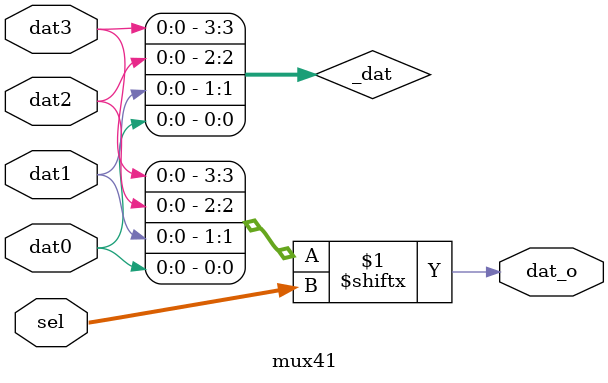
<source format=sv>
module mux41(
   input  logic [1:0] sel,
   input  logic       dat0,
                      dat1,
                      dat2,
                      dat3,
   output logic       dat_o);
   
   logic [3:0] _dat;
   
   assign _dat = {dat3, dat2, dat1, dat0};
   
//   always_comb dat_o = _dat[sel];
   assign dat_o = _dat[sel];
endmodule

</source>
